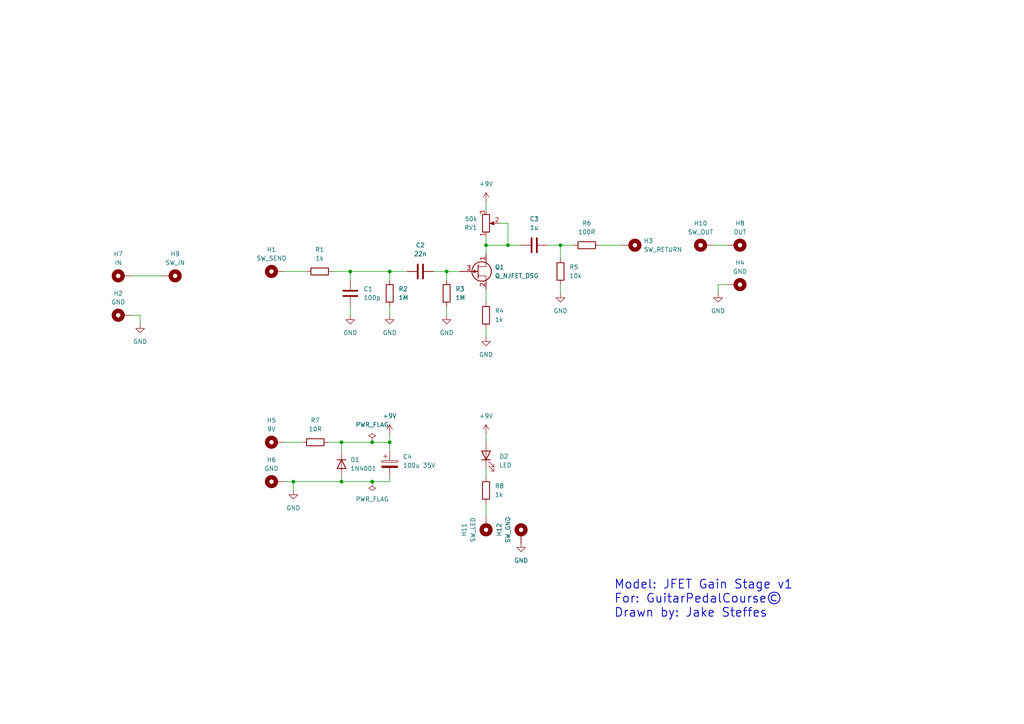
<source format=kicad_sch>
(kicad_sch (version 20250114) (generator "eeschema") (generator_version "9.0")
  (paper "A4")
  (lib_symbols
    (symbol "Device:C" (pin_numbers (hide yes)) (pin_names (offset 0.254))
      (property "Reference" "C" (at 0.635 2.54 0))
      (property "Value" "C" (at 0.635 -2.54 0))
      (symbol "C_0_1"
        (polyline (pts (xy -2.032 0.762) (xy 2.032 0.762)) (stroke (width 0.508)))
        (polyline (pts (xy -2.032 -0.762) (xy 2.032 -0.762)) (stroke (width 0.508)))
      )
      (symbol "C_1_1"
        (pin passive line (at 0 3.81 270) (length 2.794) (name "~") (number "1"))
        (pin passive line (at 0 -3.81 90) (length 2.794) (name "~") (number "2"))
      )
    )
    (symbol "Device:C_Polarized" (pin_numbers (hide yes)) (pin_names (offset 0.254))
      (property "Reference" "C" (at 0.635 2.54 0))
      (property "Value" "C_Polarized" (at 0.635 -2.54 0))
      (symbol "C_Polarized_0_1"
        (rectangle (start -2.286 0.508) (end 2.286 1.016))
        (polyline (pts (xy -1.778 2.286) (xy -0.762 2.286)))
        (polyline (pts (xy -1.27 2.794) (xy -1.27 1.778)))
        (rectangle (start 2.286 -0.508) (end -2.286 -1.016) (fill (type outline)))
      )
      (symbol "C_Polarized_1_1"
        (pin passive line (at 0 3.81 270) (length 2.794) (name "~") (number "1"))
        (pin passive line (at 0 -3.81 90) (length 2.794) (name "~") (number "2"))
      )
    )
    (symbol "Device:LED" (pin_numbers (hide yes)) (pin_names (offset 1.016) (hide yes))
      (property "Reference" "D" (at 0 2.54 0))
      (property "Value" "LED" (at 0 -2.54 0))
      (symbol "LED_0_1"
        (polyline (pts (xy -3.048 -0.762) (xy -4.572 -2.286) (xy -3.81 -2.286) (xy -4.572 -2.286) (xy -4.572 -1.524)))
        (polyline (pts (xy -1.778 -0.762) (xy -3.302 -2.286) (xy -2.54 -2.286) (xy -3.302 -2.286) (xy -3.302 -1.524)))
        (polyline (pts (xy -1.27 0) (xy 1.27 0)))
        (polyline (pts (xy -1.27 -1.27) (xy -1.27 1.27)) (stroke (width 0.254)))
        (polyline (pts (xy 1.27 -1.27) (xy 1.27 1.27) (xy -1.27 0) (xy 1.27 -1.27)) (stroke (width 0.254)))
      )
      (symbol "LED_1_1"
        (pin passive line (at -3.81 0 0) (length 2.54) (name "K") (number "1"))
        (pin passive line (at 3.81 0 180) (length 2.54) (name "A") (number "2"))
      )
    )
    (symbol "Device:Q_NJFET_DSG" (pin_names (offset 0) (hide yes))
      (property "Reference" "Q" (at 5.08 1.27 0))
      (property "Value" "Q_NJFET_DSG" (at 5.08 -1.27 0))
      (symbol "Q_NJFET_DSG_0_1"
        (polyline (pts (xy 0 0) (xy -1.016 0.381) (xy -1.016 -0.381) (xy 0 0)) (fill (type outline)))
        (polyline (pts (xy 0.254 1.905) (xy 0.254 -1.905) (xy 0.254 -1.905)) (stroke (width 0.254)))
        (circle (center 1.27 0) (radius 2.8194) (stroke (width 0.254)))
        (polyline (pts (xy 2.54 2.54) (xy 2.54 1.397) (xy 0.254 1.397)))
        (polyline (pts (xy 2.54 -2.54) (xy 2.54 -1.27) (xy 0.254 -1.27)))
      )
      (symbol "Q_NJFET_DSG_1_1"
        (pin input line (at -5.08 0 0) (length 5.334) (name "G") (number "3"))
        (pin passive line (at 2.54 5.08 270) (length 2.54) (name "D") (number "1"))
        (pin passive line (at 2.54 -5.08 90) (length 2.54) (name "S") (number "2"))
      )
    )
    (symbol "Device:R" (pin_numbers (hide yes)) (pin_names (offset 0))
      (property "Reference" "R" (at 2.032 0 90))
      (property "Value" "R" (at 0 0 90))
      (symbol "R_0_1"
        (rectangle (start -1.016 -2.54) (end 1.016 2.54) (stroke (width 0.254)))
      )
      (symbol "R_1_1"
        (pin passive line (at 0 3.81 270) (length 1.27) (name "~") (number "1"))
        (pin passive line (at 0 -3.81 90) (length 1.27) (name "~") (number "2"))
      )
    )
    (symbol "Device:R_Potentiometer" (pin_names (offset 1.016) (hide yes))
      (property "Reference" "RV" (at -4.445 0 90))
      (property "Value" "R_Potentiometer" (at -2.54 0 90))
      (symbol "R_Potentiometer_0_1"
        (rectangle (start 1.016 2.54) (end -1.016 -2.54) (stroke (width 0.254)))
        (polyline (pts (xy 1.143 0) (xy 2.286 0.508) (xy 2.286 -0.508) (xy 1.143 0)) (fill (type outline)))
        (polyline (pts (xy 2.54 0) (xy 1.524 0)))
      )
      (symbol "R_Potentiometer_1_1"
        (pin passive line (at 0 3.81 270) (length 1.27) (name "1") (number "1"))
        (pin passive line (at 0 -3.81 90) (length 1.27) (name "3") (number "3"))
        (pin passive line (at 3.81 0 180) (length 1.27) (name "2") (number "2"))
      )
    )
    (symbol "Diode:1N4001" (pin_numbers (hide yes)) (pin_names (hide yes))
      (property "Reference" "D" (at 0 2.54 0))
      (property "Value" "1N4001" (at 0 -2.54 0))
      (symbol "1N4001_0_1"
        (polyline (pts (xy -1.27 1.27) (xy -1.27 -1.27)) (stroke (width 0.254)))
        (polyline (pts (xy 1.27 1.27) (xy 1.27 -1.27) (xy -1.27 0) (xy 1.27 1.27)) (stroke (width 0.254)))
        (polyline (pts (xy 1.27 0) (xy -1.27 0)))
      )
      (symbol "1N4001_1_1"
        (pin passive line (at -3.81 0 0) (length 2.54) (name "K") (number "1"))
        (pin passive line (at 3.81 0 180) (length 2.54) (name "A") (number "2"))
      )
    )
    (symbol "Mechanical:MountingHole_Pad" (pin_numbers (hide yes)) (pin_names (offset 1.016) (hide yes)) (exclude_from_sim yes) (in_bom no)
      (property "Reference" "H" (at 0 6.35 0))
      (property "Value" "MountingHole_Pad" (at 0 4.445 0))
      (symbol "MountingHole_Pad_0_1"
        (circle (center 0 1.27) (radius 1.27) (stroke (width 1.27)))
      )
      (symbol "MountingHole_Pad_1_1"
        (pin input line (at 0 -2.54 90) (length 2.54) (name "1") (number "1"))
      )
    )
    (symbol "power:+9V" (power) (pin_numbers (hide yes)) (pin_names (offset 0) (hide yes))
      (property "Value" "+9V" (at 0 3.556 0))
      (symbol "+9V_0_1"
        (polyline (pts (xy -0.762 1.27) (xy 0 2.54)))
        (polyline (pts (xy 0 2.54) (xy 0.762 1.27)))
        (polyline (pts (xy 0 0) (xy 0 2.54)))
      )
      (symbol "+9V_1_1"
        (pin power_in line (at 0 0 90) (length 0) (name "~") (number "1"))
      )
    )
    (symbol "power:GND" (power) (pin_numbers (hide yes)) (pin_names (offset 0) (hide yes))
      (property "Value" "GND" (at 0 -3.81 0))
      (symbol "GND_0_1"
        (polyline (pts (xy 0 0) (xy 0 -1.27) (xy 1.27 -1.27) (xy 0 -2.54) (xy -1.27 -1.27) (xy 0 -1.27)))
      )
      (symbol "GND_1_1"
        (pin power_in line (at 0 0 270) (length 0) (name "~") (number "1"))
      )
    )
    (symbol "power:PWR_FLAG" (power) (pin_numbers (hide yes)) (pin_names (offset 0) (hide yes))
      (property "Value" "PWR_FLAG" (at 0 3.81 0))
      (symbol "PWR_FLAG_0_0"
        (pin power_out line (at 0 0 90) (length 0) (name "~") (number "1"))
      )
      (symbol "PWR_FLAG_0_1"
        (polyline (pts (xy 0 0) (xy 0 1.27) (xy -1.016 1.905) (xy 0 2.54) (xy 1.016 1.905) (xy 0 1.27)))
      )
    )
  )
  (text "Model: JFET Gain Stage v1\nFor: GuitarPedalCourse©\nDrawn by: Jake Steffes" (at 178.054 168.148 0) (effects (font (size 2.54 2.54) (thickness 0.254) (bold yes)) (justify left top)))
  (junction (at 107.95 139.7))
  (junction (at 99.06 139.7))
  (junction (at 85.09 139.7))
  (junction (at 162.56 71.12))
  (junction (at 129.54 78.74))
  (junction (at 113.03 128.27))
  (junction (at 147.32 71.12))
  (junction (at 140.97 71.12))
  (junction (at 101.6 78.74))
  (junction (at 113.03 78.74))
  (junction (at 99.06 128.27))
  (junction (at 107.95 128.27))
  (wire (pts (xy 113.03 78.74) (xy 113.03 81.28)))
  (wire (pts (xy 140.97 58.42) (xy 140.97 60.96)))
  (wire (pts (xy 82.55 128.27) (xy 87.63 128.27)))
  (wire (pts (xy 129.54 78.74) (xy 129.54 81.28)))
  (wire (pts (xy 144.78 64.77) (xy 147.32 64.77)))
  (wire (pts (xy 140.97 146.05) (xy 140.97 149.86)))
  (wire (pts (xy 113.03 78.74) (xy 118.11 78.74)))
  (wire (pts (xy 101.6 78.74) (xy 113.03 78.74)))
  (wire (pts (xy 129.54 78.74) (xy 133.35 78.74)))
  (wire (pts (xy 113.03 139.7) (xy 113.03 138.43)))
  (wire (pts (xy 38.1 80.01) (xy 46.99 80.01)))
  (wire (pts (xy 99.06 128.27) (xy 107.95 128.27)))
  (wire (pts (xy 162.56 71.12) (xy 162.56 74.93)))
  (wire (pts (xy 208.28 82.55) (xy 208.28 85.09)))
  (wire (pts (xy 85.09 139.7) (xy 85.09 142.24)))
  (wire (pts (xy 140.97 68.58) (xy 140.97 71.12)))
  (wire (pts (xy 96.52 78.74) (xy 101.6 78.74)))
  (wire (pts (xy 40.64 91.44) (xy 40.64 93.98)))
  (wire (pts (xy 82.55 139.7) (xy 85.09 139.7)))
  (wire (pts (xy 82.55 78.74) (xy 88.9 78.74)))
  (wire (pts (xy 140.97 135.89) (xy 140.97 138.43)))
  (wire (pts (xy 125.73 78.74) (xy 129.54 78.74)))
  (wire (pts (xy 95.25 128.27) (xy 99.06 128.27)))
  (wire (pts (xy 147.32 71.12) (xy 151.13 71.12)))
  (wire (pts (xy 210.82 82.55) (xy 208.28 82.55)))
  (wire (pts (xy 113.03 88.9) (xy 113.03 91.44)))
  (wire (pts (xy 158.75 71.12) (xy 162.56 71.12)))
  (wire (pts (xy 162.56 82.55) (xy 162.56 85.09)))
  (wire (pts (xy 140.97 71.12) (xy 140.97 73.66)))
  (wire (pts (xy 113.03 128.27) (xy 113.03 130.81)))
  (wire (pts (xy 147.32 71.12) (xy 140.97 71.12)))
  (wire (pts (xy 101.6 88.9) (xy 101.6 91.44)))
  (wire (pts (xy 107.95 139.7) (xy 113.03 139.7)))
  (wire (pts (xy 85.09 139.7) (xy 99.06 139.7)))
  (wire (pts (xy 107.95 128.27) (xy 113.03 128.27)))
  (wire (pts (xy 113.03 125.73) (xy 113.03 128.27)))
  (wire (pts (xy 99.06 139.7) (xy 107.95 139.7)))
  (wire (pts (xy 99.06 138.43) (xy 99.06 139.7)))
  (wire (pts (xy 99.06 128.27) (xy 99.06 130.81)))
  (wire (pts (xy 162.56 71.12) (xy 166.37 71.12)))
  (wire (pts (xy 140.97 83.82) (xy 140.97 87.63)))
  (wire (pts (xy 129.54 88.9) (xy 129.54 91.44)))
  (wire (pts (xy 207.01 71.12) (xy 210.82 71.12)))
  (wire (pts (xy 147.32 64.77) (xy 147.32 71.12)))
  (wire (pts (xy 38.1 91.44) (xy 40.64 91.44)))
  (wire (pts (xy 140.97 125.73) (xy 140.97 128.27)))
  (wire (pts (xy 101.6 78.74) (xy 101.6 81.28)))
  (wire (pts (xy 140.97 95.25) (xy 140.97 97.79)))
  (wire (pts (xy 173.99 71.12) (xy 180.34 71.12)))
  (symbol (lib_id "Mechanical:MountingHole_Pad") (at 35.56 80.01 90) (unit 1) (in_bom no)
    (property "Reference" "H7" (at 34.29 73.66 90))
    (property "Value" "IN" (at 34.29 76.2 90))
    (property "Footprint" "MountingHole:MountingHole_2.2mm_M2_DIN965_Pad_TopBottom" (effects (hide yes)))
    (property "Description" "Mounting Hole with connection" (effects (hide yes)))
  )
  (symbol (lib_id "Mechanical:MountingHole_Pad") (at 182.88 71.12 270) (mirror x) (unit 1) (in_bom no)
    (property "Reference" "H3" (at 186.69 69.8499 90) (effects (justify left)))
    (property "Value" "SW_RETURN" (at 186.69 72.3899 90) (effects (justify left)))
    (property "Footprint" "MountingHole:MountingHole_2.2mm_M2_DIN965_Pad_TopBottom" (effects (hide yes)))
    (property "Description" "Mounting Hole with connection" (effects (hide yes)))
  )
  (symbol (lib_id "Mechanical:MountingHole_Pad") (at 35.56 91.44 90) (unit 1) (in_bom no)
    (property "Reference" "H2" (at 34.29 85.09 90))
    (property "Value" "GND" (at 34.29 87.63 90))
    (property "Footprint" "MountingHole:MountingHole_2.2mm_M2_DIN965_Pad_TopBottom" (effects (hide yes)))
    (property "Description" "Mounting Hole with connection" (effects (hide yes)))
  )
  (symbol (lib_id "power:GND") (at 151.13 157.48 0) (unit 1)
    (property "Reference" "#PWR012" (effects (hide yes)))
    (property "Value" "GND" (at 151.13 162.56 0))
    (property "Description" "Power symbol creates a global label with name \"GND\" , ground" (effects (hide yes)))
  )
  (symbol (lib_id "Device:C") (at 154.94 71.12 90) (unit 1)
    (property "Reference" "C3" (at 154.94 63.5 90))
    (property "Value" "1u" (at 154.94 66.04 90))
    (property "Footprint" "Capacitor_THT:C_Rect_L7.2mm_W5.5mm_P5.00mm_FKS2_FKP2_MKS2_MKP2" (effects (hide yes)))
    (property "Description" "Unpolarized capacitor" (effects (hide yes)))
  )
  (symbol (lib_id "power:GND") (at 40.64 93.98 0) (unit 1)
    (property "Reference" "#PWR07" (effects (hide yes)))
    (property "Value" "GND" (at 40.64 99.06 0))
    (property "Description" "Power symbol creates a global label with name \"GND\" , ground" (effects (hide yes)))
  )
  (symbol (lib_id "Mechanical:MountingHole_Pad") (at 80.01 139.7 90) (unit 1) (in_bom no)
    (property "Reference" "H6" (at 78.74 133.35 90))
    (property "Value" "GND" (at 78.74 135.89 90))
    (property "Footprint" "MountingHole:MountingHole_2.2mm_M2_DIN965_Pad_TopBottom" (effects (hide yes)))
    (property "Description" "Mounting Hole with connection" (effects (hide yes)))
  )
  (symbol (lib_id "Device:C") (at 121.92 78.74 90) (unit 1)
    (property "Reference" "C2" (at 121.92 71.12 90))
    (property "Value" "22n" (at 121.92 73.66 90))
    (property "Footprint" "Capacitor_THT:C_Rect_L7.2mm_W2.5mm_P5.00mm_FKS2_FKP2_MKS2_MKP2" (effects (hide yes)))
    (property "Description" "Unpolarized capacitor" (effects (hide yes)))
  )
  (symbol (lib_id "power:GND") (at 101.6 91.44 0) (unit 1)
    (property "Reference" "#PWR02" (effects (hide yes)))
    (property "Value" "GND" (at 101.6 96.52 0))
    (property "Description" "Power symbol creates a global label with name \"GND\" , ground" (effects (hide yes)))
  )
  (symbol (lib_id "Device:C") (at 101.6 85.09 0) (unit 1)
    (property "Reference" "C1" (at 105.41 83.8199 0) (effects (justify left)))
    (property "Value" "100p" (at 105.41 86.3599 0) (effects (justify left)))
    (property "Footprint" "Capacitor_THT:C_Rect_L7.0mm_W4.5mm_P5.00mm" (effects (hide yes)))
    (property "Description" "Unpolarized capacitor" (effects (hide yes)))
  )
  (symbol (lib_id "Device:R") (at 113.03 85.09 0) (unit 1)
    (property "Reference" "R2" (at 115.57 83.8199 0) (effects (justify left)))
    (property "Value" "1M" (at 115.57 86.3599 0) (effects (justify left)))
    (property "Footprint" "Resistor_THT:R_Axial_DIN0207_L6.3mm_D2.5mm_P7.62mm_Horizontal" (effects (hide yes)))
    (property "Description" "Resistor" (effects (hide yes)))
  )
  (symbol (lib_id "Device:R") (at 140.97 142.24 0) (unit 1)
    (property "Reference" "R8" (at 143.51 140.9699 0) (effects (justify left)))
    (property "Value" "1k" (at 143.51 143.5099 0) (effects (justify left)))
    (property "Footprint" "Resistor_THT:R_Axial_DIN0207_L6.3mm_D2.5mm_P7.62mm_Horizontal" (effects (hide yes)))
    (property "Description" "Resistor" (effects (hide yes)))
  )
  (symbol (lib_id "Mechanical:MountingHole_Pad") (at 80.01 78.74 90) (unit 1) (in_bom no)
    (property "Reference" "H1" (at 78.74 72.39 90))
    (property "Value" "SW_SEND" (at 78.74 74.93 90))
    (property "Footprint" "MountingHole:MountingHole_2.2mm_M2_DIN965_Pad_TopBottom" (effects (hide yes)))
    (property "Description" "Mounting Hole with connection" (effects (hide yes)))
  )
  (symbol (lib_id "power:GND") (at 208.28 85.09 0) (unit 1)
    (property "Reference" "#PWR08" (effects (hide yes)))
    (property "Value" "GND" (at 208.28 90.17 0))
    (property "Description" "Power symbol creates a global label with name \"GND\" , ground" (effects (hide yes)))
  )
  (symbol (lib_id "Mechanical:MountingHole_Pad") (at 151.13 154.94 0) (mirror y) (unit 1) (in_bom no)
    (property "Reference" "H12" (at 144.78 153.67 90))
    (property "Value" "SW_GND" (at 147.32 153.67 90))
    (property "Footprint" "MountingHole:MountingHole_2.2mm_M2_DIN965_Pad_TopBottom" (effects (hide yes)))
    (property "Description" "Mounting Hole with connection" (effects (hide yes)))
  )
  (symbol (lib_id "Mechanical:MountingHole_Pad") (at 80.01 128.27 90) (unit 1) (in_bom no)
    (property "Reference" "H5" (at 78.74 121.92 90))
    (property "Value" "9V" (at 78.74 124.46 90))
    (property "Footprint" "MountingHole:MountingHole_2.2mm_M2_DIN965_Pad_TopBottom" (effects (hide yes)))
    (property "Description" "Mounting Hole with connection" (effects (hide yes)))
  )
  (symbol (lib_id "Diode:1N4001") (at 99.06 134.62 270) (unit 1)
    (property "Reference" "D1" (at 101.6 133.3499 90) (effects (justify left)))
    (property "Value" "1N4001" (at 101.6 135.8899 90) (effects (justify left)))
    (property "Footprint" "Diode_THT:D_DO-41_SOD81_P10.16mm_Horizontal" (effects (hide yes)))
    (property "Datasheet" "http://www.vishay.com/docs/88503/1n4001.pdf" (effects (hide yes)))
    (property "Description" "50V 1A General Purpose Rectifier Diode, DO-41" (effects (hide yes)))
    (property "Sim.Device" "D" (effects (hide yes)))
    (property "Sim.Pins" "1=K 2=A" (effects (hide yes)))
  )
  (symbol (lib_id "Device:R") (at 91.44 128.27 90) (unit 1)
    (property "Reference" "R7" (at 91.44 121.92 90))
    (property "Value" "10R" (at 91.44 124.46 90))
    (property "Footprint" "Resistor_THT:R_Axial_DIN0207_L6.3mm_D2.5mm_P7.62mm_Horizontal" (effects (hide yes)))
    (property "Description" "Resistor" (effects (hide yes)))
  )
  (symbol (lib_id "Device:R") (at 140.97 91.44 0) (unit 1)
    (property "Reference" "R4" (at 143.51 90.1699 0) (effects (justify left)))
    (property "Value" "1k" (at 143.51 92.7099 0) (effects (justify left)))
    (property "Footprint" "Resistor_THT:R_Axial_DIN0207_L6.3mm_D2.5mm_P7.62mm_Horizontal" (effects (hide yes)))
    (property "Description" "Resistor" (effects (hide yes)))
  )
  (symbol (lib_id "Device:R") (at 170.18 71.12 90) (unit 1)
    (property "Reference" "R6" (at 170.18 64.77 90))
    (property "Value" "100R" (at 170.18 67.31 90))
    (property "Footprint" "Resistor_THT:R_Axial_DIN0207_L6.3mm_D2.5mm_P7.62mm_Horizontal" (effects (hide yes)))
    (property "Description" "Resistor" (effects (hide yes)))
  )
  (symbol (lib_id "Device:R") (at 129.54 85.09 0) (unit 1)
    (property "Reference" "R3" (at 132.08 83.8199 0) (effects (justify left)))
    (property "Value" "1M" (at 132.08 86.3599 0) (effects (justify left)))
    (property "Footprint" "Resistor_THT:R_Axial_DIN0207_L6.3mm_D2.5mm_P7.62mm_Horizontal" (effects (hide yes)))
    (property "Description" "Resistor" (effects (hide yes)))
  )
  (symbol (lib_id "power:+9V") (at 140.97 58.42 0) (unit 1)
    (property "Reference" "#PWR01" (effects (hide yes)))
    (property "Value" "+9V" (at 140.97 53.34 0))
    (property "Description" "Power symbol creates a global label with name \"+9V\"" (effects (hide yes)))
  )
  (symbol (lib_id "Mechanical:MountingHole_Pad") (at 204.47 71.12 90) (unit 1) (in_bom no)
    (property "Reference" "H10" (at 203.2 64.77 90))
    (property "Value" "SW_OUT" (at 203.2 67.31 90))
    (property "Footprint" "MountingHole:MountingHole_2.2mm_M2_DIN965_Pad_TopBottom" (effects (hide yes)))
    (property "Description" "Mounting Hole with connection" (effects (hide yes)))
  )
  (symbol (lib_id "power:PWR_FLAG") (at 107.95 139.7 0) (mirror x) (unit 1)
    (property "Reference" "#FLG02" (effects (hide yes)))
    (property "Value" "PWR_FLAG" (at 107.95 144.78 0))
    (property "Description" "Special symbol for telling ERC where power comes from" (effects (hide yes)))
  )
  (symbol (lib_id "Device:R") (at 92.71 78.74 90) (unit 1)
    (property "Reference" "R1" (at 92.71 72.39 90))
    (property "Value" "1k" (at 92.71 74.93 90))
    (property "Footprint" "Resistor_THT:R_Axial_DIN0207_L6.3mm_D2.5mm_P7.62mm_Horizontal" (effects (hide yes)))
    (property "Description" "Resistor" (effects (hide yes)))
  )
  (symbol (lib_id "power:GND") (at 162.56 85.09 0) (unit 1)
    (property "Reference" "#PWR06" (effects (hide yes)))
    (property "Value" "GND" (at 162.56 90.17 0))
    (property "Description" "Power symbol creates a global label with name \"GND\" , ground" (effects (hide yes)))
  )
  (symbol (lib_id "power:GND") (at 85.09 142.24 0) (unit 1)
    (property "Reference" "#PWR09" (effects (hide yes)))
    (property "Value" "GND" (at 85.09 147.32 0))
    (property "Description" "Power symbol creates a global label with name \"GND\" , ground" (effects (hide yes)))
  )
  (symbol (lib_id "Device:LED") (at 140.97 132.08 90) (unit 1)
    (property "Reference" "D2" (at 144.78 132.3974 90) (effects (justify right)))
    (property "Value" "LED" (at 144.78 134.9374 90) (effects (justify right)))
    (property "Footprint" "LED_THT:LED_D5.0mm" (effects (hide yes)))
    (property "Description" "Light emitting diode" (effects (hide yes)))
    (property "Sim.Pins" "1=K 2=A" (effects (hide yes)))
  )
  (symbol (lib_id "Mechanical:MountingHole_Pad") (at 49.53 80.01 270) (mirror x) (unit 1) (in_bom no)
    (property "Reference" "H9" (at 50.8 73.66 90))
    (property "Value" "SW_IN" (at 50.8 76.2 90))
    (property "Footprint" "MountingHole:MountingHole_2.2mm_M2_DIN965_Pad_TopBottom" (effects (hide yes)))
    (property "Description" "Mounting Hole with connection" (effects (hide yes)))
  )
  (symbol (lib_id "power:GND") (at 129.54 91.44 0) (unit 1)
    (property "Reference" "#PWR04" (effects (hide yes)))
    (property "Value" "GND" (at 129.54 96.52 0))
    (property "Description" "Power symbol creates a global label with name \"GND\" , ground" (effects (hide yes)))
  )
  (symbol (lib_id "power:GND") (at 113.03 91.44 0) (unit 1)
    (property "Reference" "#PWR03" (effects (hide yes)))
    (property "Value" "GND" (at 113.03 96.52 0))
    (property "Description" "Power symbol creates a global label with name \"GND\" , ground" (effects (hide yes)))
  )
  (symbol (lib_id "power:+9V") (at 113.03 125.73 0) (unit 1)
    (property "Reference" "#PWR010" (effects (hide yes)))
    (property "Value" "+9V" (at 113.03 120.65 0))
    (property "Description" "Power symbol creates a global label with name \"+9V\"" (effects (hide yes)))
  )
  (symbol (lib_id "Device:C_Polarized") (at 113.03 134.62 0) (unit 1)
    (property "Reference" "C4" (at 116.84 132.4609 0) (effects (justify left)))
    (property "Value" "100u 35V" (at 116.84 135.0009 0) (effects (justify left)))
    (property "Footprint" "Capacitor_THT:CP_Radial_D6.3mm_P2.50mm" (effects (hide yes)))
    (property "Description" "Polarized capacitor" (effects (hide yes)))
  )
  (symbol (lib_id "Device:R") (at 162.56 78.74 0) (unit 1)
    (property "Reference" "R5" (at 165.1 77.4699 0) (effects (justify left)))
    (property "Value" "10k" (at 165.1 80.0099 0) (effects (justify left)))
    (property "Footprint" "Resistor_THT:R_Axial_DIN0207_L6.3mm_D2.5mm_P7.62mm_Horizontal" (effects (hide yes)))
    (property "Description" "Resistor" (effects (hide yes)))
  )
  (symbol (lib_id "Mechanical:MountingHole_Pad") (at 213.36 82.55 270) (mirror x) (unit 1) (in_bom no)
    (property "Reference" "H4" (at 214.63 76.2 90))
    (property "Value" "GND" (at 214.63 78.74 90))
    (property "Footprint" "MountingHole:MountingHole_2.2mm_M2_DIN965_Pad_TopBottom" (effects (hide yes)))
    (property "Description" "Mounting Hole with connection" (effects (hide yes)))
  )
  (symbol (lib_id "Mechanical:MountingHole_Pad") (at 140.97 152.4 180) (unit 1) (in_bom no)
    (property "Reference" "H11" (at 134.62 153.67 90))
    (property "Value" "SW_LED" (at 137.16 153.67 90))
    (property "Footprint" "MountingHole:MountingHole_2.2mm_M2_DIN965_Pad_TopBottom" (effects (hide yes)))
    (property "Description" "Mounting Hole with connection" (effects (hide yes)))
  )
  (symbol (lib_id "Device:R_Potentiometer") (at 140.97 64.77 0) (mirror x) (unit 1)
    (property "Reference" "RV1" (at 138.43 66.0401 0) (effects (justify right)))
    (property "Value" "50k" (at 138.43 63.5001 0) (effects (justify right)))
    (property "Footprint" "Potentiometer_THT:Potentiometer_Bourns_3386F_Vertical" (effects (hide yes)))
    (property "Description" "Potentiometer" (effects (hide yes)))
  )
  (symbol (lib_id "power:+9V") (at 140.97 125.73 0) (unit 1)
    (property "Reference" "#PWR011" (effects (hide yes)))
    (property "Value" "+9V" (at 140.97 120.65 0))
    (property "Description" "Power symbol creates a global label with name \"+9V\"" (effects (hide yes)))
  )
  (symbol (lib_id "Mechanical:MountingHole_Pad") (at 213.36 71.12 270) (mirror x) (unit 1) (in_bom no)
    (property "Reference" "H8" (at 214.63 64.77 90))
    (property "Value" "OUT" (at 214.63 67.31 90))
    (property "Footprint" "MountingHole:MountingHole_2.2mm_M2_DIN965_Pad_TopBottom" (effects (hide yes)))
    (property "Description" "Mounting Hole with connection" (effects (hide yes)))
  )
  (symbol (lib_id "Device:Q_NJFET_DSG") (at 138.43 78.74 0) (unit 1)
    (property "Reference" "Q1" (at 143.51 77.4699 0) (effects (justify left)))
    (property "Value" "Q_NJFET_DSG" (at 143.51 80.0099 0) (effects (justify left)))
    (property "Footprint" "Package_TO_SOT_THT:TO-92" (effects (hide yes)))
    (property "Description" "N-JFET transistor, drain/source/gate" (effects (hide yes)))
  )
  (symbol (lib_id "power:GND") (at 140.97 97.79 0) (unit 1)
    (property "Reference" "#PWR05" (effects (hide yes)))
    (property "Value" "GND" (at 140.97 102.87 0))
    (property "Description" "Power symbol creates a global label with name \"GND\" , ground" (effects (hide yes)))
  )
  (symbol (lib_id "power:PWR_FLAG") (at 107.95 128.27 0) (unit 1)
    (property "Reference" "#FLG01" (effects (hide yes)))
    (property "Value" "PWR_FLAG" (at 107.95 123.19 0))
    (property "Description" "Special symbol for telling ERC where power comes from" (effects (hide yes)))
  )
)
</source>
